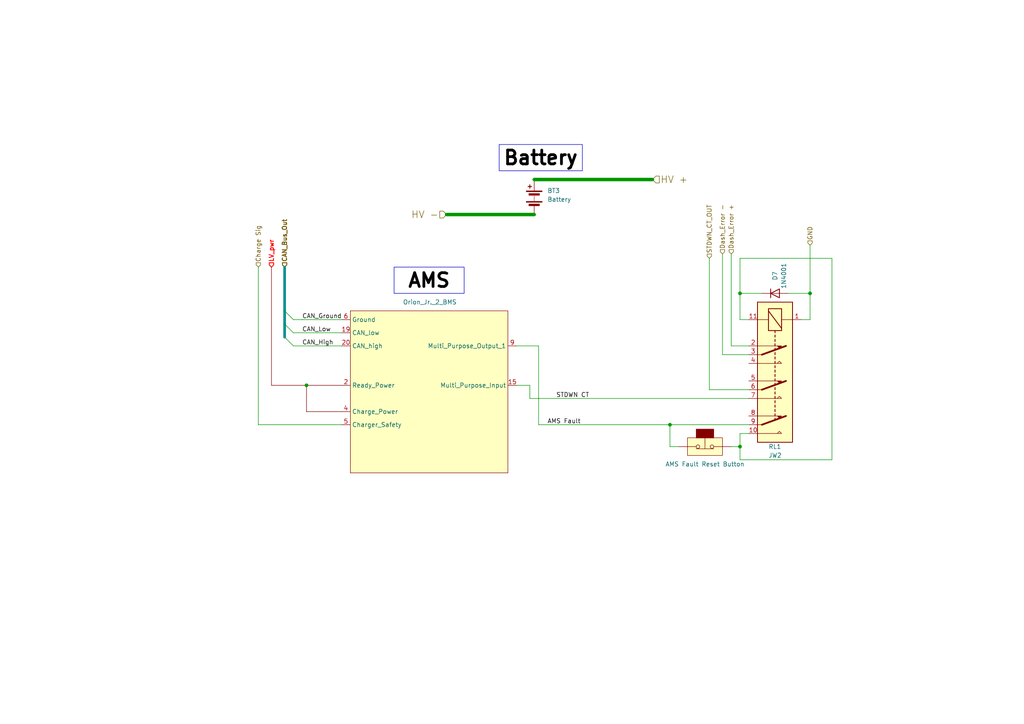
<source format=kicad_sch>
(kicad_sch (version 20230121) (generator eeschema)
  (paper "A4")
  (lib_symbols
    (symbol "CamachosSymbols:Safety Switch" (pin_numbers hide) (pin_names (offset 1.016) hide)
      (property "Reference" "SW?" (at 0 7.62 0))
      (property "Value" "Safety Switch" (at 0 6.35 0))
      (symbol "Safety Switch_0_1"
        (rectangle (start -5.08 2.54) (end 5.08 -2.54) (fill (type background)))
        (circle (center -2.032 0) (radius 0.508))
        (polyline (pts (xy -5.08 0) (xy -2.54 0)))
        (polyline (pts (xy -2.54 -0.635) (xy 2.54 -0.635)))
        (polyline (pts (xy 0 -0.635) (xy 0 1.27)))
        (polyline (pts (xy 0 1.27) (xy 0 2.54)))
        (polyline (pts (xy 2.54 0) (xy 5.08 0)))
        (polyline (pts (xy -2.54 2.54) (xy -2.54 5.08) (xy 2.54 5.08) (xy 2.54 2.54) (xy -2.54 2.54)) (fill (type outline)))
        (circle (center 2.032 0) (radius 0.508))
        (pin passive line (at -7.62 0 0) (length 2.54) (name "A") (number "1"))
      )
      (symbol "Safety Switch_1_1"
        (pin passive line (at 7.62 0 180) (length 2.54) (name "B") (number "2"))
      )
    )
    (symbol "Device:Battery" (pin_numbers hide) (pin_names (offset 0) hide)
      (property "Reference" "BT" (at 2.54 2.54 0))
      (property "Value" "Battery" (at 2.54 0 0))
      (symbol "Battery_0_1"
        (rectangle (start -2.286 -1.27) (end 2.286 -1.524) (fill (type outline)))
        (rectangle (start -2.286 1.778) (end 2.286 1.524) (fill (type outline)))
        (rectangle (start -1.524 -2.032) (end 1.524 -2.54) (fill (type outline)))
        (rectangle (start -1.524 1.016) (end 1.524 0.508) (fill (type outline)))
        (polyline (pts (xy 0 -1.016) (xy 0 -0.762)))
        (polyline (pts (xy 0 -0.508) (xy 0 -0.254)))
        (polyline (pts (xy 0 0) (xy 0 0.254)))
        (polyline (pts (xy 0 1.778) (xy 0 2.54)))
        (polyline (pts (xy 0.762 3.048) (xy 1.778 3.048)) (stroke (width 0.254)))
        (polyline (pts (xy 1.27 3.556) (xy 1.27 2.54)) (stroke (width 0.254)))
      )
      (symbol "Battery_1_1"
        (pin passive line (at 0 5.08 270) (length 2.54) (name "+") (number "1"))
        (pin passive line (at 0 -5.08 90) (length 2.54) (name "-") (number "2"))
      )
    )
    (symbol "Diode:1N4001" (pin_numbers hide) (pin_names hide)
      (property "Reference" "D" (at 0 2.54 0))
      (property "Value" "1N4001" (at 0 -2.54 0))
      (symbol "1N4001_0_1"
        (polyline (pts (xy -1.27 1.27) (xy -1.27 -1.27)) (stroke (width 0.254)))
        (polyline (pts (xy 1.27 0) (xy -1.27 0)))
        (polyline (pts (xy 1.27 1.27) (xy 1.27 -1.27) (xy -1.27 0) (xy 1.27 1.27)) (stroke (width 0.254)))
      )
      (symbol "1N4001_1_1"
        (pin passive line (at -3.81 0 0) (length 2.54) (name "K") (number "1"))
        (pin passive line (at 3.81 0 180) (length 2.54) (name "A") (number "2"))
      )
    )
    (symbol "JW2_2"
      (property "Reference" "RL1" (at -1.905 -24.13 0))
      (property "Value" "JW2" (at -1.905 -26.67 0))
      (symbol "JW2_2_0_1"
        (rectangle (start -5.08 17.78) (end 5.08 -22.86) (stroke (width 0.254)) (fill (type background)))
        (polyline (pts (xy -5.08 12.7) (xy -1.905 12.7)))
        (polyline (pts (xy -3.81 -17.78) (xy -5.08 -17.78)))
        (polyline (pts (xy -3.81 -17.78) (xy 3.175 -15.24)) (stroke (width 0.508)))
        (polyline (pts (xy -3.81 -7.62) (xy -5.08 -7.62)))
        (polyline (pts (xy -3.81 -7.62) (xy 3.175 -5.08)) (stroke (width 0.508)))
        (polyline (pts (xy -3.81 2.54) (xy -5.08 2.54)))
        (polyline (pts (xy -3.81 2.54) (xy 3.175 5.08)) (stroke (width 0.508)))
        (polyline (pts (xy -1.905 15.24) (xy 1.905 10.16)) (stroke (width 0.254)))
        (polyline (pts (xy 0 -15.875) (xy 0 -16.51)) (stroke (width 0.254)))
        (polyline (pts (xy 0 -14.605) (xy 0 -15.24)) (stroke (width 0.254)))
        (polyline (pts (xy 0 -13.335) (xy 0 -13.97)) (stroke (width 0.254)))
        (polyline (pts (xy 0 -12.065) (xy 0 -12.7)) (stroke (width 0.254)))
        (polyline (pts (xy 0 -10.795) (xy 0 -11.43)) (stroke (width 0.254)))
        (polyline (pts (xy 0 -9.525) (xy 0 -10.16)) (stroke (width 0.254)))
        (polyline (pts (xy 0 -8.255) (xy 0 -8.89)) (stroke (width 0.254)))
        (polyline (pts (xy 0 -6.985) (xy 0 -7.62)) (stroke (width 0.254)))
        (polyline (pts (xy 0 -5.715) (xy 0 -6.35)) (stroke (width 0.254)))
        (polyline (pts (xy 0 -4.445) (xy 0 -5.08)) (stroke (width 0.254)))
        (polyline (pts (xy 0 -3.175) (xy 0 -3.81)) (stroke (width 0.254)))
        (polyline (pts (xy 0 -1.905) (xy 0 -2.54)) (stroke (width 0.254)))
        (polyline (pts (xy 0 -0.635) (xy 0 -1.27)) (stroke (width 0.254)))
        (polyline (pts (xy 0 0.635) (xy 0 0)) (stroke (width 0.254)))
        (polyline (pts (xy 0 1.905) (xy 0 1.27)) (stroke (width 0.254)))
        (polyline (pts (xy 0 3.175) (xy 0 2.54)) (stroke (width 0.254)))
        (polyline (pts (xy 0 4.445) (xy 0 3.81)) (stroke (width 0.254)))
        (polyline (pts (xy 0 5.715) (xy 0 5.08)) (stroke (width 0.254)))
        (polyline (pts (xy 0 6.985) (xy 0 6.35)) (stroke (width 0.254)))
        (polyline (pts (xy 0 8.255) (xy 0 7.62)) (stroke (width 0.254)))
        (polyline (pts (xy 0 9.525) (xy 0 8.89)) (stroke (width 0.254)))
        (polyline (pts (xy 5.08 12.7) (xy 1.905 12.7)))
        (polyline (pts (xy -5.08 -20.32) (xy 1.905 -20.32) (xy 1.27 -19.685) (xy 0.635 -20.32)))
        (polyline (pts (xy -5.08 -15.24) (xy 1.905 -15.24) (xy 1.27 -15.875) (xy 0.635 -15.24)) (fill (type outline)))
        (polyline (pts (xy -5.08 -10.16) (xy 1.905 -10.16) (xy 1.27 -9.525) (xy 0.635 -10.16)))
        (polyline (pts (xy -5.08 -5.08) (xy 1.905 -5.08) (xy 1.27 -5.715) (xy 0.635 -5.08)) (fill (type outline)))
        (polyline (pts (xy -5.08 0) (xy 1.905 0) (xy 1.27 0.635) (xy 0.635 0)))
        (polyline (pts (xy -5.08 5.08) (xy 1.905 5.08) (xy 1.27 4.445) (xy 0.635 5.08)) (fill (type outline)))
        (rectangle (start 1.905 15.875) (end -1.905 9.525) (stroke (width 0.254)))
      )
      (symbol "JW2_2_1_1"
        (pin passive line (at 7.62 12.7 180) (length 2.54) (name "~") (number "1"))
        (pin output line (at -7.62 -20.32 0) (length 2.54) (name "~") (number "10"))
        (pin passive line (at -7.62 12.7 0) (length 2.54) (name "~") (number "11"))
        (pin output line (at -7.62 5.08 0) (length 2.54) (name "~") (number "2"))
        (pin input line (at -7.62 2.54 0) (length 2.54) (name "~") (number "3"))
        (pin output line (at -7.62 0 0) (length 2.54) (name "~") (number "4"))
        (pin output line (at -7.62 -5.08 0) (length 2.54) (name "~") (number "5"))
        (pin input line (at -7.62 -7.62 0) (length 2.54) (name "~") (number "6"))
        (pin output line (at -7.62 -10.16 0) (length 2.54) (name "~") (number "7"))
        (pin output line (at -7.62 -15.24 0) (length 2.54) (name "~") (number "8"))
        (pin input line (at -7.62 -17.78 0) (length 2.54) (name "~") (number "9"))
      )
    )
    (symbol "Sevcon_Gen4_Size6_2"
      (property "Value" "Orion_Jr._2_BMS" (at 7.62 17.78 0))
      (symbol "Sevcon_Gen4_Size6_2_0_1"
        (rectangle (start -22.86 15.24) (end 22.86 -31.75) (fill (type background)))
      )
      (symbol "Sevcon_Gen4_Size6_2_1_1"
        (pin passive line (at 25.4 -2.54 180) (length 2.54) hide (name "Charge_Enable") (number "1"))
        (pin passive line (at -25.4 1.27 0) (length 2.54) hide (name "Therm_1") (number "10"))
        (pin passive line (at 25.4 -21.59 180) (length 2.54) hide (name "State_of_Charge(0-5V)") (number "11"))
        (pin passive line (at -25.4 -2.54 0) (length 2.54) hide (name "Therm_2") (number "12"))
        (pin passive line (at 25.4 -25.4 180) (length 2.54) hide (name "Charge_Current_Lim(0-5V)") (number "13"))
        (pin passive line (at 25.4 -29.21 180) (length 2.54) hide (name "Discharge_Current_Lim(0-5V)") (number "14"))
        (pin input line (at -25.4 -6.35 0) (length 2.54) (name "Multi_Purpose_Input") (number "15"))
        (pin passive line (at -25.4 -10.16 0) (length 2.54) hide (name "Therm_3") (number "16"))
        (pin passive line (at -25.4 -13.97 0) (length 2.54) hide (name "Multi_Purpose_Output_2") (number "17"))
        (pin passive line (at -25.4 -17.78 0) (length 2.54) hide (name "") (number "18"))
        (pin bidirectional line (at 25.4 8.89 180) (length 2.54) (name "CAN_low") (number "19"))
        (pin input line (at 25.4 -6.35 180) (length 2.54) (name "Ready_Power") (number "2"))
        (pin bidirectional line (at 25.4 5.08 180) (length 2.54) (name "CAN_high") (number "20"))
        (pin passive line (at 25.4 -10.16 180) (length 2.54) hide (name "Discharge_Enable") (number "3"))
        (pin input line (at 25.4 -13.97 180) (length 2.54) (name "Charge_Power") (number "4"))
        (pin output line (at 25.4 -17.78 180) (length 2.54) (name "Charger_Safety") (number "5"))
        (pin input line (at 25.4 12.7 180) (length 2.54) (name "Ground") (number "6"))
        (pin passive line (at -25.4 12.7 0) (length 2.54) hide (name "Multi_Purpose_Enable") (number "7"))
        (pin passive line (at -25.4 8.89 0) (length 2.54) hide (name "Therm_Ground") (number "8"))
        (pin output line (at -25.4 5.08 0) (length 2.54) (name "Multi_Purpose_Output_1") (number "9"))
      )
    )
  )
  (junction (at 214.63 85.09))
  (junction (at 88.9 111.76))
  (junction (at 234.95 85.09))
  (junction (at 214.63 129.54))
  (junction (at 194.31 123.19))
  (bus_entry (at 85.09 92.71) (size -2.54 -2.54))
  (bus_entry (at 85.09 100.33) (size -2.54 -2.54))
  (bus_entry (at 85.09 96.52) (size -2.54 -2.54))
  (wire (pts (xy 85.09 92.71) (xy 99.06 92.71)))
  (wire (pts (xy 228.6 85.09) (xy 234.95 85.09)))
  (wire (pts (xy 156.21 100.33) (xy 156.21 123.19)))
  (wire (pts (xy 74.93 123.19) (xy 74.93 77.47)))
  (wire (pts (xy 156.21 123.19) (xy 194.31 123.19)))
  (wire (pts (xy 234.95 71.12) (xy 234.95 85.09)))
  (wire (pts (xy 214.63 85.09) (xy 214.63 92.71)))
  (wire (pts (xy 153.67 111.76) (xy 153.67 115.57)))
  (wire (pts (xy 153.67 115.57) (xy 217.17 115.57)))
  (wire (pts (xy 78.74 111.76) (xy 88.9 111.76)) (stroke (width 0) (color 132 0 0 1)))
  (wire (pts (xy 149.86 100.33) (xy 156.21 100.33)))
  (wire (pts (xy 78.74 111.76) (xy 78.74 77.47)) (stroke (width 0) (color 132 0 0 1)))
  (wire (pts (xy 241.3 74.93) (xy 241.3 133.35)))
  (wire (pts (xy 217.17 125.73) (xy 214.63 125.73)))
  (wire (pts (xy 234.95 92.71) (xy 234.95 85.09)))
  (wire (pts (xy 153.67 111.76) (xy 149.86 111.76)))
  (wire (pts (xy 154.94 62.23) (xy 129.54 62.23)) (stroke (width 1)))
  (wire (pts (xy 212.09 129.54) (xy 214.63 129.54)))
  (wire (pts (xy 209.55 102.87) (xy 217.17 102.87)))
  (wire (pts (xy 99.06 111.76) (xy 88.9 111.76)) (stroke (width 0) (color 132 0 0 1)))
  (wire (pts (xy 85.09 100.33) (xy 99.06 100.33)))
  (wire (pts (xy 205.74 74.93) (xy 205.74 113.03)))
  (wire (pts (xy 74.93 123.19) (xy 99.06 123.19)))
  (wire (pts (xy 88.9 111.76) (xy 88.9 119.38)) (stroke (width 0) (color 132 0 0 1)))
  (wire (pts (xy 214.63 129.54) (xy 214.63 133.35)))
  (wire (pts (xy 194.31 123.19) (xy 194.31 129.54)))
  (wire (pts (xy 189.23 52.07) (xy 154.94 52.07)) (stroke (width 1)))
  (wire (pts (xy 214.63 85.09) (xy 214.63 74.93)))
  (bus (pts (xy 82.55 77.47) (xy 82.55 90.17)) (stroke (width 0.75) (color 0 132 132 1)))
  (wire (pts (xy 205.74 113.03) (xy 217.17 113.03)))
  (wire (pts (xy 85.09 96.52) (xy 99.06 96.52)))
  (wire (pts (xy 209.55 73.66) (xy 209.55 102.87)))
  (bus (pts (xy 82.55 93.98) (xy 82.55 97.79)) (stroke (width 0.75) (color 0 132 132 1)))
  (wire (pts (xy 88.9 119.38) (xy 99.06 119.38)) (stroke (width 0) (color 132 0 0 1)))
  (wire (pts (xy 214.63 133.35) (xy 241.3 133.35)))
  (wire (pts (xy 212.09 100.33) (xy 217.17 100.33)))
  (wire (pts (xy 214.63 125.73) (xy 214.63 129.54)))
  (wire (pts (xy 232.41 92.71) (xy 234.95 92.71)))
  (wire (pts (xy 194.31 123.19) (xy 217.17 123.19)))
  (bus (pts (xy 82.55 90.17) (xy 82.55 93.98)) (stroke (width 0.75) (color 0 132 132 1)))
  (wire (pts (xy 212.09 73.66) (xy 212.09 100.33)))
  (wire (pts (xy 194.31 129.54) (xy 196.85 129.54)))
  (wire (pts (xy 214.63 85.09) (xy 220.98 85.09)))
  (wire (pts (xy 214.63 92.71) (xy 217.17 92.71)))
  (wire (pts (xy 214.63 74.93) (xy 241.3 74.93)))
  (rectangle (start 87.63 92.71) (end 87.63 92.71))
  (text_box "AMS" (at 114.3 77.47 0) (size 20.32 7.62) (effects (font (size 4 4) (thickness 0.8) bold)))
  (text_box "Battery\n" (at 144.78 41.91 0) (size 24.13 7.62) (effects (font (size 4 4) (thickness 0.8) bold)))
  (label "AMS Fault" (at 158.75 123.19 0))
  (label "CAN_High" (at 87.63 100.33 0))
  (label "CAN_Low" (at 87.63 96.52 0))
  (label "STDWN CT" (at 161.29 115.57 0))
  (label "CAN_Ground" (at 87.63 92.71 0))
  (hierarchical_label "STDWN_CT_OUT" (shape input) (at 205.74 74.93 90))
  (hierarchical_label "HV +" (shape input) (at 189.23 52.07 0) (effects (font (size 2 2))))
  (hierarchical_label "HV -" (shape input) (at 129.54 62.23 180) (effects (font (size 2 2))))
  (hierarchical_label "GND" (shape input) (at 234.95 71.12 90))
  (hierarchical_label "Charge Sig" (shape input) (at 74.93 77.47 90))
  (hierarchical_label "Dash_Error -" (shape input) (at 209.55 73.66 90))
  (hierarchical_label "CAN_Bus_Out" (shape input) (at 82.55 77.47 90) (effects (font bold)))
  (hierarchical_label "LV_pwr" (shape input) (at 78.74 77.47 90) (effects (font (thickness 0.254) bold)))
  (hierarchical_label "Dash_Error +" (shape input) (at 212.09 73.66 90))
  (symbol (lib_id "Device:Battery") (at 154.94 57.15 0) (mirror y) (unit 1)
    (property "Reference" "BT1" (at 158.75 55.3085 0) (effects (justify right)))
    (property "Value" "Battery" (at 158.75 57.8485 0) (effects (justify right)))
    (instances (project "Car_TractiveSystem_v2" (path "" (reference "BT3") (unit 1)) (path "" (reference "BT1") (unit 1))))
  )
  (symbol (lib_name "JW2_2") (lib_id "Relay:JW2") (at 224.79 105.41 0) (unit 1)
    (property "Reference" "RL1" (at 222.885 129.54 0) (effects (justify left)))
    (property "Value" "JW2" (at 222.885 132.08 0) (effects (justify left)))
    (property "Footprint" "Relay_THT:Relay_DPDT_Panasonic_JW2" (effects hide))
    (property "Datasheet" "http://www3.panasonic.biz/ac/e_download/control/relay/power/catalog/mech_eng_jw.pdf?via=ok" (effects hide))
    (instances (project "Car_TractiveSystem_v2" (path "" (reference "RL1") (unit 1)) (path "" (reference "RL4") (unit 1))))
  )
  (symbol (lib_id "Diode:1N4001") (at 224.79 85.09 0) (unit 1)
    (property "Reference" "D1" (at 224.79 80.01 90))
    (property "Value" "1N4001" (at 227.33 80.01 90))
    (property "Footprint" "Diode_THT:D_DO-41_SOD81_P10.16mm_Horizontal" (effects hide))
    (property "Datasheet" "http://www.vishay.com/docs/88503/1n4001.pdf" (effects hide))
    (property "Sim.Device" "D" (effects hide))
    (property "Sim.Pins" "1=K 2=A" (effects hide))
    (instances (project "Car_TractiveSystem_v2" (path "" (reference "D7") (unit 1)) (path "" (reference "D6") (unit 1))))
  )
  (symbol (lib_id "CamachosSymbols:Safety Switch") (at 204.47 129.54 0) (unit 1)
    (property "Reference" "SW?" (effects hide))
    (property "Value" "AMS Fault Reset Button" (at 204.47 134.62 0))
    (instances (project "Car_TractiveSystem_v2" (path "" (reference "SW?") (unit 1)) (path "" (reference "SW10") (unit 1)) (path "" (reference "SW12") (unit 1))))
  )
  (symbol (lib_name "Sevcon_Gen4_Size6_2") (lib_id "CamachosSymbols:Sevcon_Gen4_Size6") (at 124.46 105.41 0) (mirror y) (unit 1)
    (property "Reference" "U?" (effects hide))
    (property "Value" "Orion_Jr._2_BMS" (at 116.84 87.63 0) (effects (justify right)))
    (instances (project "Car_TractiveSystem_v2" (path "" (reference "U?") (unit 1)) (path "" (reference "U12") (unit 1)) (path "" (reference "U5") (unit 1))))
  )
)
</source>
